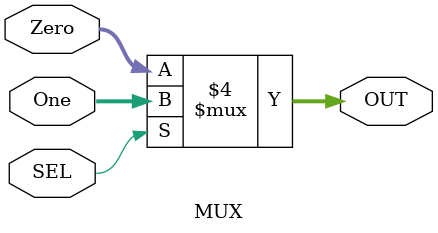
<source format=sv>
`timescale 1ns / 1ps


module MUX #(parameter WIDTH = 1)(
    input SEL,
    input [WIDTH:0] Zero,
    input [WIDTH:0] One,
    output reg [WIDTH:0] OUT
    );
    always_comb
    begin
        if (SEL == 1'b1)
            begin
                OUT = One;
            end
        else 
            begin
                OUT = Zero;
            end
    end
endmodule

</source>
